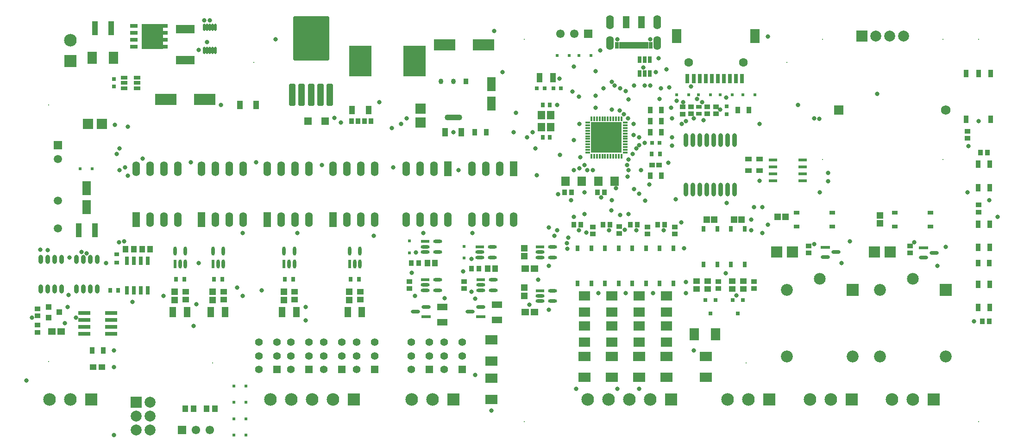
<source format=gbr>
G04*
G04 #@! TF.GenerationSoftware,Altium Limited,Altium Designer,25.5.2 (35)*
G04*
G04 Layer_Color=8388736*
%FSLAX43Y43*%
%MOMM*%
G71*
G04*
G04 #@! TF.SameCoordinates,FA6C6725-7EFF-47C5-9DEB-600D18B7A1A6*
G04*
G04*
G04 #@! TF.FilePolarity,Negative*
G04*
G01*
G75*
%ADD26R,0.650X0.700*%
%ADD27R,1.208X1.012*%
%ADD28R,0.956X1.206*%
%ADD34R,0.800X0.900*%
%ADD36R,1.600X2.500*%
G04:AMPARAMS|DCode=37|XSize=1.638mm|YSize=0.618mm|CornerRadius=0.309mm|HoleSize=0mm|Usage=FLASHONLY|Rotation=90.000|XOffset=0mm|YOffset=0mm|HoleType=Round|Shape=RoundedRectangle|*
%AMROUNDEDRECTD37*
21,1,1.638,0.000,0,0,90.0*
21,1,1.020,0.618,0,0,90.0*
1,1,0.618,0.000,0.510*
1,1,0.618,0.000,-0.510*
1,1,0.618,0.000,-0.510*
1,1,0.618,0.000,0.510*
%
%ADD37ROUNDEDRECTD37*%
%ADD38R,2.180X1.716*%
%ADD40R,1.716X2.180*%
%ADD41R,0.800X0.800*%
G04:AMPARAMS|DCode=42|XSize=1.638mm|YSize=0.618mm|CornerRadius=0.309mm|HoleSize=0mm|Usage=FLASHONLY|Rotation=0.000|XOffset=0mm|YOffset=0mm|HoleType=Round|Shape=RoundedRectangle|*
%AMROUNDEDRECTD42*
21,1,1.638,0.000,0,0,0.0*
21,1,1.020,0.618,0,0,0.0*
1,1,0.618,0.510,0.000*
1,1,0.618,-0.510,0.000*
1,1,0.618,-0.510,0.000*
1,1,0.618,0.510,0.000*
%
%ADD42ROUNDEDRECTD42*%
%ADD44R,0.800X1.000*%
G04:AMPARAMS|DCode=45|XSize=1.659mm|YSize=0.627mm|CornerRadius=0.313mm|HoleSize=0mm|Usage=FLASHONLY|Rotation=0.000|XOffset=0mm|YOffset=0mm|HoleType=Round|Shape=RoundedRectangle|*
%AMROUNDEDRECTD45*
21,1,1.659,0.000,0,0,0.0*
21,1,1.032,0.627,0,0,0.0*
1,1,0.627,0.516,0.000*
1,1,0.627,-0.516,0.000*
1,1,0.627,-0.516,0.000*
1,1,0.627,0.516,0.000*
%
%ADD45ROUNDEDRECTD45*%
G04:AMPARAMS|DCode=46|XSize=1.55mm|YSize=0.6mm|CornerRadius=0.051mm|HoleSize=0mm|Usage=FLASHONLY|Rotation=270.000|XOffset=0mm|YOffset=0mm|HoleType=Round|Shape=RoundedRectangle|*
%AMROUNDEDRECTD46*
21,1,1.550,0.498,0,0,270.0*
21,1,1.448,0.600,0,0,270.0*
1,1,0.102,-0.249,-0.724*
1,1,0.102,-0.249,0.724*
1,1,0.102,0.249,0.724*
1,1,0.102,0.249,-0.724*
%
%ADD46ROUNDEDRECTD46*%
%ADD50R,0.700X0.700*%
%ADD54R,1.550X0.600*%
%ADD55R,1.206X0.956*%
%ADD56R,1.131X0.912*%
%ADD59R,1.000X0.800*%
%ADD61R,0.700X0.700*%
%ADD62R,0.750X0.900*%
%ADD63R,4.000X2.000*%
%ADD64R,0.872X1.004*%
%ADD66R,1.906X1.954*%
%ADD67R,1.000X1.600*%
%ADD73R,1.954X1.906*%
%ADD75R,0.900X0.800*%
G04:AMPARAMS|DCode=79|XSize=1.004mm|YSize=3.182mm|CornerRadius=0.437mm|HoleSize=0mm|Usage=FLASHONLY|Rotation=270.000|XOffset=0mm|YOffset=0mm|HoleType=Round|Shape=RoundedRectangle|*
%AMROUNDEDRECTD79*
21,1,1.004,2.308,0,0,270.0*
21,1,0.131,3.182,0,0,270.0*
1,1,0.874,-1.154,-0.065*
1,1,0.874,-1.154,0.065*
1,1,0.874,1.154,0.065*
1,1,0.874,1.154,-0.065*
%
%ADD79ROUNDEDRECTD79*%
G04:AMPARAMS|DCode=81|XSize=1.004mm|YSize=0.872mm|CornerRadius=0.436mm|HoleSize=0mm|Usage=FLASHONLY|Rotation=270.000|XOffset=0mm|YOffset=0mm|HoleType=Round|Shape=RoundedRectangle|*
%AMROUNDEDRECTD81*
21,1,1.004,0.000,0,0,270.0*
21,1,0.132,0.872,0,0,270.0*
1,1,0.872,0.000,-0.066*
1,1,0.872,0.000,0.066*
1,1,0.872,0.000,0.066*
1,1,0.872,0.000,-0.066*
%
%ADD81ROUNDEDRECTD81*%
%ADD83R,2.100X2.000*%
%ADD84R,1.000X2.500*%
%ADD86R,1.659X0.627*%
%ADD88R,1.000X1.800*%
%ADD92R,0.618X1.638*%
%ADD96R,1.638X0.618*%
%ADD100R,0.700X0.650*%
%ADD102R,3.455X1.504*%
%ADD103R,0.600X0.600*%
%ADD104R,1.043X1.043*%
%ADD105R,2.184X0.737*%
%ADD106R,1.303X1.903*%
%ADD107R,1.253X1.103*%
%ADD108O,0.803X1.653*%
%ADD109O,1.403X2.703*%
%ADD110R,0.600X0.600*%
%ADD111R,1.853X1.303*%
%ADD112R,0.953X1.053*%
%ADD113R,1.003X1.203*%
%ADD114R,0.903X1.403*%
%ADD115R,1.703X2.543*%
%ADD116R,0.803X1.703*%
%ADD117R,1.203X2.203*%
%ADD118R,0.723X1.203*%
%ADD119R,0.803X1.303*%
%ADD120O,0.803X2.503*%
%ADD121R,0.853X1.403*%
%ADD122R,5.700X5.700*%
%ADD123R,1.603X1.803*%
%ADD124R,1.403X1.603*%
G04:AMPARAMS|DCode=125|XSize=0.453mm|YSize=1.353mm|CornerRadius=0.152mm|HoleSize=0mm|Usage=FLASHONLY|Rotation=0.000|XOffset=0mm|YOffset=0mm|HoleType=Round|Shape=RoundedRectangle|*
%AMROUNDEDRECTD125*
21,1,0.453,1.050,0,0,0.0*
21,1,0.150,1.353,0,0,0.0*
1,1,0.303,0.075,-0.525*
1,1,0.303,-0.075,-0.525*
1,1,0.303,-0.075,0.525*
1,1,0.303,0.075,0.525*
%
%ADD125ROUNDEDRECTD125*%
G04:AMPARAMS|DCode=126|XSize=6.603mm|YSize=8.103mm|CornerRadius=0.166mm|HoleSize=0mm|Usage=FLASHONLY|Rotation=180.000|XOffset=0mm|YOffset=0mm|HoleType=Round|Shape=RoundedRectangle|*
%AMROUNDEDRECTD126*
21,1,6.603,7.772,0,0,180.0*
21,1,6.272,8.103,0,0,180.0*
1,1,0.331,-3.136,3.886*
1,1,0.331,3.136,3.886*
1,1,0.331,3.136,-3.886*
1,1,0.331,-3.136,-3.886*
%
%ADD126ROUNDEDRECTD126*%
G04:AMPARAMS|DCode=127|XSize=1.153mm|YSize=4.053mm|CornerRadius=0.154mm|HoleSize=0mm|Usage=FLASHONLY|Rotation=180.000|XOffset=0mm|YOffset=0mm|HoleType=Round|Shape=RoundedRectangle|*
%AMROUNDEDRECTD127*
21,1,1.153,3.746,0,0,180.0*
21,1,0.846,4.053,0,0,180.0*
1,1,0.308,-0.423,1.873*
1,1,0.308,0.423,1.873*
1,1,0.308,0.423,-1.873*
1,1,0.308,-0.423,-1.873*
%
%ADD127ROUNDEDRECTD127*%
%ADD128R,0.903X1.053*%
%ADD129R,1.313X1.423*%
%ADD130R,1.353X1.253*%
%ADD131R,1.053X0.953*%
%ADD132R,0.960X0.370*%
%ADD133R,0.370X0.960*%
%ADD134R,1.403X2.703*%
%ADD135R,1.053X0.903*%
%ADD136R,2.103X1.703*%
%ADD137R,1.203X1.303*%
%ADD138R,1.403X0.783*%
%ADD139R,4.003X4.603*%
%ADD140R,1.303X1.203*%
%ADD141R,4.053X5.603*%
%ADD142R,1.203X0.803*%
%ADD143R,1.003X0.803*%
%ADD144R,1.003X1.153*%
%ADD145R,1.153X1.153*%
%ADD146R,0.473X1.203*%
%ADD147R,1.043X1.103*%
%ADD148C,1.400*%
%ADD149R,1.400X1.400*%
%ADD150R,2.303X2.303*%
%ADD151C,2.003*%
%ADD152R,1.550X1.550*%
%ADD153C,1.491*%
%ADD154C,2.303*%
%ADD155R,0.203X0.203*%
%ADD156C,1.550*%
%ADD157R,2.003X2.003*%
%ADD158R,1.727X1.727*%
%ADD159O,1.403X2.603*%
%ADD160O,1.361X2.519*%
%ADD161R,2.303X2.303*%
%ADD162R,2.183X2.183*%
%ADD163C,1.727*%
%ADD164R,2.003X2.003*%
%ADD165C,2.183*%
%ADD166C,2.138*%
%ADD167R,1.491X1.491*%
%ADD168C,0.803*%
%ADD169C,0.833*%
%ADD170C,1.603*%
D26*
X126675Y66000D02*
D03*
X125325D02*
D03*
D27*
X24802Y25000D02*
D03*
X23198D02*
D03*
D28*
X25000Y28000D02*
D03*
X143025Y72000D02*
D03*
X124975Y72000D02*
D03*
Y70000D02*
D03*
Y68000D02*
D03*
Y60000D02*
D03*
X187025Y44000D02*
D03*
X92950Y68000D02*
D03*
X140975Y72000D02*
D03*
X127025Y72000D02*
D03*
Y70000D02*
D03*
Y68000D02*
D03*
X95000D02*
D03*
X22950Y28000D02*
D03*
X184975Y44000D02*
D03*
X127025Y60000D02*
D03*
D34*
X38309Y41025D02*
D03*
X45250D02*
D03*
X58250Y41025D02*
D03*
X70250D02*
D03*
X27750Y39000D02*
D03*
X125250Y64000D02*
D03*
X26250Y39000D02*
D03*
X126750Y64000D02*
D03*
X71750Y41025D02*
D03*
X59750D02*
D03*
X46750Y41025D02*
D03*
X39809D02*
D03*
D36*
X22000Y57750D02*
D03*
X96000Y76750D02*
D03*
Y73250D02*
D03*
X22000Y54250D02*
D03*
D37*
X39059Y43859D02*
D03*
X46000Y43859D02*
D03*
X59000Y43859D02*
D03*
X71000D02*
D03*
X70050Y46191D02*
D03*
X58050D02*
D03*
X45050Y46191D02*
D03*
X38109Y46191D02*
D03*
X71950Y46191D02*
D03*
X40009Y43859D02*
D03*
Y46191D02*
D03*
X46950Y43859D02*
D03*
Y46191D02*
D03*
X59950Y43859D02*
D03*
Y46191D02*
D03*
X71950Y43859D02*
D03*
D38*
X96000Y19063D02*
D03*
X118000Y23063D02*
D03*
X123000D02*
D03*
X96000Y26063D02*
D03*
X113000Y23063D02*
D03*
X128000D02*
D03*
X135165Y26937D02*
D03*
X96000Y22937D02*
D03*
Y29937D02*
D03*
X135165Y23063D02*
D03*
X128000Y26937D02*
D03*
X123000D02*
D03*
X118000D02*
D03*
X113000D02*
D03*
D40*
X133063Y31000D02*
D03*
X22993Y81600D02*
D03*
X136937Y31000D02*
D03*
X26867Y81600D02*
D03*
D41*
X135050Y37200D02*
D03*
X140050D02*
D03*
X136950D02*
D03*
X141950D02*
D03*
X141000Y34800D02*
D03*
X136000D02*
D03*
D42*
X83834Y40000D02*
D03*
Y47000D02*
D03*
X93834Y46000D02*
D03*
X94000Y40000D02*
D03*
X104834Y46000D02*
D03*
X104834Y38000D02*
D03*
X107166Y46950D02*
D03*
X107166Y38950D02*
D03*
X96166Y46950D02*
D03*
X86166Y47950D02*
D03*
X96332Y40950D02*
D03*
X86166D02*
D03*
X93834Y45050D02*
D03*
X83834Y46050D02*
D03*
X94000Y39050D02*
D03*
X83834D02*
D03*
X96166Y45050D02*
D03*
X86166Y46050D02*
D03*
X107166Y37050D02*
D03*
X107166Y45050D02*
D03*
X96332Y39050D02*
D03*
X86166D02*
D03*
X104834Y37050D02*
D03*
X104834Y45050D02*
D03*
D44*
X124270Y40250D02*
D03*
X114270D02*
D03*
X119270D02*
D03*
X129270D02*
D03*
X134730Y43750D02*
D03*
X139730Y43750D02*
D03*
Y50250D02*
D03*
X134730Y50250D02*
D03*
X129270Y46750D02*
D03*
X119270D02*
D03*
X124270D02*
D03*
X114270D02*
D03*
X121730Y40250D02*
D03*
Y46750D02*
D03*
X126730Y40250D02*
D03*
Y46750D02*
D03*
X137270Y43750D02*
D03*
X142270Y43750D02*
D03*
Y50250D02*
D03*
X137270Y50250D02*
D03*
X116730Y46750D02*
D03*
Y40250D02*
D03*
X111730Y46750D02*
D03*
Y40250D02*
D03*
D45*
X157023Y45085D02*
D03*
X175000Y45000D02*
D03*
X82047Y35085D02*
D03*
X84000Y36000D02*
D03*
X176953Y45915D02*
D03*
X158977Y46000D02*
D03*
X94000Y36000D02*
D03*
X92047Y35085D02*
D03*
D46*
X29325Y39053D02*
D03*
Y44453D02*
D03*
X30595Y39053D02*
D03*
X31865D02*
D03*
X33135Y44453D02*
D03*
X31865D02*
D03*
X30595D02*
D03*
X33135Y39053D02*
D03*
D50*
X139000Y71300D02*
D03*
Y72700D02*
D03*
D54*
X152841Y61657D02*
D03*
X147441Y59117D02*
D03*
X152841Y62927D02*
D03*
X147441D02*
D03*
Y61657D02*
D03*
Y60387D02*
D03*
X152841D02*
D03*
Y59117D02*
D03*
D55*
X143000Y60975D02*
D03*
X145000D02*
D03*
X143000Y63025D02*
D03*
X145000D02*
D03*
D56*
X125359Y62000D02*
D03*
X126641D02*
D03*
D59*
X169750Y50730D02*
D03*
X151750D02*
D03*
X176250D02*
D03*
Y53270D02*
D03*
X169750D02*
D03*
X158250Y50730D02*
D03*
Y53270D02*
D03*
X151750D02*
D03*
D61*
X107300Y76000D02*
D03*
X105700D02*
D03*
X104300D02*
D03*
X108700D02*
D03*
D62*
X106600Y73000D02*
D03*
X105400Y67000D02*
D03*
X106600D02*
D03*
X105400Y73000D02*
D03*
D63*
X94550Y84000D02*
D03*
X43550Y74000D02*
D03*
X36450D02*
D03*
X87450Y84000D02*
D03*
D64*
X91290Y77295D02*
D03*
D66*
X83000Y69724D02*
D03*
Y72276D02*
D03*
D67*
X87500Y68000D02*
D03*
X73500Y72000D02*
D03*
X50000Y73000D02*
D03*
X90500Y68000D02*
D03*
X53000Y73000D02*
D03*
X70500Y72000D02*
D03*
D73*
X24776Y69500D02*
D03*
X22224D02*
D03*
D75*
X27500Y45623D02*
D03*
Y44123D02*
D03*
D79*
X89000Y70705D02*
D03*
D81*
Y77295D02*
D03*
X86710D02*
D03*
D83*
X168900Y46000D02*
D03*
X151000D02*
D03*
X166000D02*
D03*
X148100D02*
D03*
D84*
X23500Y50000D02*
D03*
X20500D02*
D03*
X23500Y87000D02*
D03*
X26500D02*
D03*
D86*
X84000Y34170D02*
D03*
X175000Y46830D02*
D03*
X157023Y46915D02*
D03*
X94000Y34170D02*
D03*
D88*
X107250Y78000D02*
D03*
X104750D02*
D03*
D92*
X70050Y43859D02*
D03*
X38109Y43859D02*
D03*
X45050Y43859D02*
D03*
X58050Y43859D02*
D03*
D96*
X94000Y40950D02*
D03*
X83834D02*
D03*
X104834Y38950D02*
D03*
X104834Y46950D02*
D03*
X93834Y46950D02*
D03*
X83834Y47950D02*
D03*
D100*
X27000Y76325D02*
D03*
Y77675D02*
D03*
D102*
X40000Y81149D02*
D03*
Y86851D02*
D03*
D103*
X112000Y82000D02*
D03*
X114200D02*
D03*
X108000D02*
D03*
X110200D02*
D03*
X51100Y21500D02*
D03*
X48900D02*
D03*
X48900Y15500D02*
D03*
Y18500D02*
D03*
Y12500D02*
D03*
X20788Y61294D02*
D03*
X140020Y74825D02*
D03*
X144120D02*
D03*
X133820D02*
D03*
X129820D02*
D03*
X22988Y61294D02*
D03*
X51100Y12500D02*
D03*
Y18500D02*
D03*
Y15500D02*
D03*
X132020Y74825D02*
D03*
X141920D02*
D03*
X136020D02*
D03*
X137820D02*
D03*
D104*
X17000Y35000D02*
D03*
X15000Y35940D02*
D03*
D105*
X21536Y34905D02*
D03*
Y31095D02*
D03*
X26464D02*
D03*
Y34905D02*
D03*
Y33635D02*
D03*
Y32365D02*
D03*
X21536D02*
D03*
Y33635D02*
D03*
D106*
X40359Y35025D02*
D03*
X47300D02*
D03*
X60300Y35025D02*
D03*
X72300Y35000D02*
D03*
X69700D02*
D03*
X57700Y35025D02*
D03*
X44700Y35025D02*
D03*
X37759D02*
D03*
D107*
X40059Y37300D02*
D03*
X47000Y37300D02*
D03*
X60000Y37300D02*
D03*
X72000D02*
D03*
X133500Y40725D02*
D03*
X140000D02*
D03*
X135500Y40700D02*
D03*
Y39300D02*
D03*
X133500Y39275D02*
D03*
X140000D02*
D03*
X142000Y40700D02*
D03*
Y39300D02*
D03*
X72000Y38750D02*
D03*
X60000D02*
D03*
X47000Y38750D02*
D03*
X40059Y38750D02*
D03*
D108*
X16135Y39275D02*
D03*
X13595D02*
D03*
X20095D02*
D03*
X13595Y44725D02*
D03*
X20095D02*
D03*
X23905D02*
D03*
X17405D02*
D03*
X23905Y39275D02*
D03*
X17405D02*
D03*
X22635D02*
D03*
X21365D02*
D03*
X22635Y44725D02*
D03*
X21365D02*
D03*
X14865D02*
D03*
Y39275D02*
D03*
X16135Y44725D02*
D03*
D109*
X36080Y52000D02*
D03*
X38620D02*
D03*
X60080Y52000D02*
D03*
X48080D02*
D03*
X50620D02*
D03*
X72080D02*
D03*
X74620D02*
D03*
X62620D02*
D03*
X80380Y52000D02*
D03*
X82920D02*
D03*
X92380D02*
D03*
X94920D02*
D03*
X92380Y61240D02*
D03*
X94920D02*
D03*
X80380D02*
D03*
X82920D02*
D03*
X72080Y61240D02*
D03*
X74620D02*
D03*
X62620D02*
D03*
X36080Y61240D02*
D03*
X38620D02*
D03*
X50620Y61240D02*
D03*
X60080D02*
D03*
X48080D02*
D03*
X55000D02*
D03*
X67000D02*
D03*
X43000D02*
D03*
X31000Y61240D02*
D03*
X100000Y52000D02*
D03*
X88000D02*
D03*
X69540Y61240D02*
D03*
Y52000D02*
D03*
X97460Y52000D02*
D03*
X85460D02*
D03*
X97460Y61240D02*
D03*
X85460D02*
D03*
X57540Y52000D02*
D03*
X45540D02*
D03*
X33540Y52000D02*
D03*
X57540Y61240D02*
D03*
X45540D02*
D03*
X33540Y61240D02*
D03*
D110*
X81000Y45900D02*
D03*
X91000Y44900D02*
D03*
X81000Y48100D02*
D03*
X91000Y47100D02*
D03*
D111*
X87000Y36000D02*
D03*
X97000Y36425D02*
D03*
X87000Y33150D02*
D03*
X97000Y33575D02*
D03*
D112*
X81350Y44000D02*
D03*
X92350Y43000D02*
D03*
X185677Y33350D02*
D03*
X126350Y51000D02*
D03*
X121350D02*
D03*
X116350D02*
D03*
X111000Y51000D02*
D03*
X93650Y43000D02*
D03*
X82650Y44000D02*
D03*
X186977Y33350D02*
D03*
X186650Y64236D02*
D03*
X127650Y51000D02*
D03*
X122650D02*
D03*
X117650D02*
D03*
X112300Y51000D02*
D03*
X185350Y64236D02*
D03*
D113*
X41501Y17300D02*
D03*
X32101Y46520D02*
D03*
X30601D02*
D03*
X29101D02*
D03*
X43941Y17300D02*
D03*
X33601Y46520D02*
D03*
X45441Y17300D02*
D03*
X40001D02*
D03*
D114*
X185000Y78700D02*
D03*
X187250D02*
D03*
Y70300D02*
D03*
X182750Y78700D02*
D03*
Y70300D02*
D03*
D115*
X144170Y85620D02*
D03*
X129830D02*
D03*
D116*
X139600Y77820D02*
D03*
X137400D02*
D03*
X135200D02*
D03*
X140700D02*
D03*
X136300D02*
D03*
X138500D02*
D03*
X131750D02*
D03*
X141800D02*
D03*
X134100D02*
D03*
X133000D02*
D03*
D117*
X123400Y88100D02*
D03*
X120600D02*
D03*
D118*
X125100Y83900D02*
D03*
X118900D02*
D03*
X124350D02*
D03*
X119650D02*
D03*
D119*
X124000Y78750D02*
D03*
X124950D02*
D03*
X123050D02*
D03*
X124950Y81250D02*
D03*
X124000D02*
D03*
X123050D02*
D03*
D120*
X136635Y57450D02*
D03*
X139175Y66550D02*
D03*
X136635D02*
D03*
X140445Y57450D02*
D03*
X139175D02*
D03*
X137905D02*
D03*
X131555D02*
D03*
X132825D02*
D03*
X134095D02*
D03*
X135365D02*
D03*
X131555Y66550D02*
D03*
X132825D02*
D03*
X134095D02*
D03*
X135365D02*
D03*
X137905D02*
D03*
X140445D02*
D03*
D121*
X187075Y46850D02*
D03*
Y51150D02*
D03*
X184925Y62150D02*
D03*
Y57850D02*
D03*
Y35850D02*
D03*
Y40150D02*
D03*
X187075Y35850D02*
D03*
Y40150D02*
D03*
X184925Y51150D02*
D03*
Y46850D02*
D03*
X187075Y57850D02*
D03*
Y62150D02*
D03*
D122*
X117000Y67000D02*
D03*
D123*
X118500Y59000D02*
D03*
X112500Y59000D02*
D03*
X109500D02*
D03*
X115500Y59000D02*
D03*
D124*
X106850Y71100D02*
D03*
X105150Y68900D02*
D03*
X106850D02*
D03*
X105150Y71100D02*
D03*
D125*
X44975Y87199D02*
D03*
X45475D02*
D03*
X43975Y82949D02*
D03*
X43475D02*
D03*
Y87199D02*
D03*
X43975D02*
D03*
X44975Y82949D02*
D03*
X44475D02*
D03*
X45475D02*
D03*
X44475Y87199D02*
D03*
D126*
X63000Y85150D02*
D03*
D127*
X66400Y74800D02*
D03*
X63000D02*
D03*
X64700D02*
D03*
X61300D02*
D03*
X59600D02*
D03*
D128*
X74000Y70000D02*
D03*
X110625Y57000D02*
D03*
X116625Y57000D02*
D03*
X70375Y70000D02*
D03*
X72750D02*
D03*
X115375Y57000D02*
D03*
X109375Y57000D02*
D03*
X71625Y70000D02*
D03*
D129*
X65550Y70000D02*
D03*
X62450D02*
D03*
D130*
X103850Y43000D02*
D03*
Y35000D02*
D03*
X17352Y31520D02*
D03*
X102150Y35000D02*
D03*
Y43000D02*
D03*
X15652Y31520D02*
D03*
D131*
X137000Y71350D02*
D03*
X135430Y71322D02*
D03*
X132430D02*
D03*
X130920Y71294D02*
D03*
X185000Y54650D02*
D03*
X129500Y50650D02*
D03*
X124500D02*
D03*
X119373Y50727D02*
D03*
X114500Y50650D02*
D03*
X144000Y40650D02*
D03*
X137500D02*
D03*
X132430Y72622D02*
D03*
X137500Y39350D02*
D03*
X183000Y68150D02*
D03*
X13000Y31350D02*
D03*
X13000Y34350D02*
D03*
X144000Y39350D02*
D03*
X137000Y72650D02*
D03*
X130920Y72594D02*
D03*
X135430Y72622D02*
D03*
X91000Y40650D02*
D03*
X81000D02*
D03*
X91000Y39350D02*
D03*
X81000D02*
D03*
X185000Y53350D02*
D03*
X129500Y49350D02*
D03*
X124500D02*
D03*
X119373Y49427D02*
D03*
X114500Y49350D02*
D03*
X13000Y32650D02*
D03*
X183000Y66850D02*
D03*
X13000Y35650D02*
D03*
D132*
X120435Y69250D02*
D03*
X113565Y69750D02*
D03*
X120435Y66250D02*
D03*
Y65750D02*
D03*
Y69750D02*
D03*
Y68750D02*
D03*
Y68250D02*
D03*
Y67750D02*
D03*
Y67250D02*
D03*
Y66750D02*
D03*
X113565D02*
D03*
Y67250D02*
D03*
Y67750D02*
D03*
Y68250D02*
D03*
Y68750D02*
D03*
X120435Y65250D02*
D03*
Y64750D02*
D03*
X113565D02*
D03*
Y65250D02*
D03*
Y69250D02*
D03*
Y64250D02*
D03*
X120435D02*
D03*
X113565Y65750D02*
D03*
Y66250D02*
D03*
D133*
X114250Y70435D02*
D03*
X119250Y63565D02*
D03*
Y70435D02*
D03*
X115750D02*
D03*
X119750Y63565D02*
D03*
X118250Y70435D02*
D03*
X114750Y63565D02*
D03*
X115250D02*
D03*
X118750Y70435D02*
D03*
X117750Y63565D02*
D03*
X118250D02*
D03*
X118750D02*
D03*
X115250Y70435D02*
D03*
X116250D02*
D03*
X116750D02*
D03*
X117250D02*
D03*
X117750D02*
D03*
X117250Y63565D02*
D03*
X116750D02*
D03*
X119750Y70435D02*
D03*
X116250Y63565D02*
D03*
X115750D02*
D03*
X114750Y70435D02*
D03*
X114250Y63565D02*
D03*
D134*
X100000Y61240D02*
D03*
X88000D02*
D03*
X67000Y52000D02*
D03*
X55000D02*
D03*
X43000D02*
D03*
X31000Y52000D02*
D03*
D135*
X154000Y45875D02*
D03*
X172500D02*
D03*
Y47125D02*
D03*
X154000D02*
D03*
D136*
X123000Y29500D02*
D03*
Y32500D02*
D03*
X113000Y29500D02*
D03*
Y32500D02*
D03*
X118000Y29500D02*
D03*
Y32500D02*
D03*
X128000Y38000D02*
D03*
X123000D02*
D03*
X118000D02*
D03*
X113000D02*
D03*
X128000Y32500D02*
D03*
X128000Y35000D02*
D03*
X123000D02*
D03*
X118000D02*
D03*
X113000D02*
D03*
X128000Y29500D02*
D03*
D137*
X135300Y52000D02*
D03*
X136700D02*
D03*
X140300D02*
D03*
X141700D02*
D03*
X149700Y52500D02*
D03*
X148300D02*
D03*
D138*
X36104Y86133D02*
D03*
Y84863D02*
D03*
Y83593D02*
D03*
Y87403D02*
D03*
X30604D02*
D03*
Y84863D02*
D03*
Y86133D02*
D03*
Y83593D02*
D03*
D139*
X34000Y85500D02*
D03*
D140*
X167000Y51300D02*
D03*
Y52700D02*
D03*
D141*
X81950Y81000D02*
D03*
X72050D02*
D03*
D142*
X31200Y77000D02*
D03*
Y77950D02*
D03*
X28800Y76050D02*
D03*
Y77000D02*
D03*
Y77950D02*
D03*
X31200Y76050D02*
D03*
D143*
X133930Y72622D02*
D03*
Y71322D02*
D03*
D144*
X96675Y43000D02*
D03*
X85675Y44000D02*
D03*
X95325Y43000D02*
D03*
X84325Y44000D02*
D03*
D145*
X102000Y38000D02*
D03*
Y39500D02*
D03*
Y45250D02*
D03*
Y46750D02*
D03*
X70000Y38775D02*
D03*
Y37275D02*
D03*
X58000Y38775D02*
D03*
Y37275D02*
D03*
X45000Y38775D02*
D03*
Y37275D02*
D03*
X38059Y38775D02*
D03*
Y37275D02*
D03*
D146*
X121750Y83900D02*
D03*
X122250D02*
D03*
X121250D02*
D03*
X122750D02*
D03*
X123750D02*
D03*
X120250D02*
D03*
X123250D02*
D03*
X120750D02*
D03*
D147*
X15000Y34060D02*
D03*
D148*
X56800Y27000D02*
D03*
X53500D02*
D03*
Y24500D02*
D03*
X56800Y29500D02*
D03*
X53500D02*
D03*
X62650Y27000D02*
D03*
X59350D02*
D03*
Y24500D02*
D03*
X62650Y29500D02*
D03*
X59350D02*
D03*
X68650Y27000D02*
D03*
X65350D02*
D03*
Y24500D02*
D03*
X68650Y29500D02*
D03*
X65350D02*
D03*
X90650Y27000D02*
D03*
Y29500D02*
D03*
X87350Y27000D02*
D03*
Y29500D02*
D03*
Y24500D02*
D03*
X71350Y29500D02*
D03*
X74650D02*
D03*
X71350Y24500D02*
D03*
Y27000D02*
D03*
X74650D02*
D03*
X84650Y27000D02*
D03*
Y29500D02*
D03*
X81350Y27000D02*
D03*
Y29500D02*
D03*
Y24500D02*
D03*
D149*
X56800Y24500D02*
D03*
X62650Y24500D02*
D03*
X68650D02*
D03*
X90650Y24500D02*
D03*
X74650Y24500D02*
D03*
X84650Y24500D02*
D03*
D150*
X22810Y19000D02*
D03*
X70810Y19000D02*
D03*
X89000D02*
D03*
X128810Y19000D02*
D03*
X146810D02*
D03*
X176810D02*
D03*
X161810D02*
D03*
D151*
X33540Y16000D02*
D03*
X166230Y85550D02*
D03*
X168770D02*
D03*
X171310D02*
D03*
X33540Y18540D02*
D03*
Y13460D02*
D03*
X31000Y16000D02*
D03*
Y13460D02*
D03*
D152*
X39413Y13470D02*
D03*
X113640Y85979D02*
D03*
D153*
X16750Y55460D02*
D03*
Y63080D02*
D03*
Y50380D02*
D03*
D154*
X55570Y19000D02*
D03*
X59380D02*
D03*
X63190D02*
D03*
X67000D02*
D03*
X81380D02*
D03*
X85190D02*
D03*
X143000Y19000D02*
D03*
X139190D02*
D03*
X125000D02*
D03*
X121190D02*
D03*
X117380D02*
D03*
X113570D02*
D03*
X169190D02*
D03*
X173000D02*
D03*
X154190D02*
D03*
X158000D02*
D03*
X19000Y84810D02*
D03*
X15190Y19000D02*
D03*
X19000D02*
D03*
D155*
X52500Y80750D02*
D03*
X156500Y63000D02*
D03*
X178500D02*
D03*
X156500Y85000D02*
D03*
X178500D02*
D03*
X150000Y80750D02*
D03*
X142500Y25750D02*
D03*
X45000D02*
D03*
X15000Y73000D02*
D03*
X102000Y85000D02*
D03*
X185000D02*
D03*
Y15000D02*
D03*
X102000D02*
D03*
X15000Y26000D02*
D03*
D156*
X41953Y13470D02*
D03*
X44493D02*
D03*
X108560Y85979D02*
D03*
X111100D02*
D03*
D157*
X163690Y85550D02*
D03*
D158*
X159493Y72000D02*
D03*
D159*
X126320Y88100D02*
D03*
X117680D02*
D03*
D160*
X126320Y84275D02*
D03*
X117680D02*
D03*
D161*
X19000Y81000D02*
D03*
D162*
X179000Y39100D02*
D03*
X162000D02*
D03*
D163*
X179000Y72000D02*
D03*
D164*
X31000Y18540D02*
D03*
D165*
X167000Y39100D02*
D03*
X150000D02*
D03*
X167000Y26900D02*
D03*
X179000D02*
D03*
X150000D02*
D03*
X162000D02*
D03*
D166*
X173000Y41100D02*
D03*
X156000D02*
D03*
D167*
X16750Y65620D02*
D03*
D168*
X119000Y85000D02*
D03*
X104000Y65000D02*
D03*
X27000Y25000D02*
D03*
Y28000D02*
D03*
X30380Y36875D02*
D03*
X18500Y36000D02*
D03*
X18700Y38201D02*
D03*
X36000Y38000D02*
D03*
X41500Y32500D02*
D03*
X62000Y33500D02*
D03*
X42500Y44000D02*
D03*
X54000Y39000D02*
D03*
X60500Y49500D02*
D03*
X74500Y49000D02*
D03*
X50500Y49500D02*
D03*
X96000Y17000D02*
D03*
X111500Y21000D02*
D03*
X119000D02*
D03*
X123000D02*
D03*
X87421Y37612D02*
D03*
X92317Y38756D02*
D03*
X115500Y38500D02*
D03*
X120500D02*
D03*
X133000Y28000D02*
D03*
X125500Y38500D02*
D03*
X131500D02*
D03*
X140766Y38062D02*
D03*
X81448Y42245D02*
D03*
X90842Y42463D02*
D03*
X92307Y44793D02*
D03*
X82212Y45939D02*
D03*
X83500Y49500D02*
D03*
X92500D02*
D03*
X131500Y40500D02*
D03*
X138784Y42184D02*
D03*
X160000Y44000D02*
D03*
X177500Y43500D02*
D03*
X46500Y73000D02*
D03*
X25500Y44000D02*
D03*
X146500Y85500D02*
D03*
X185000Y70000D02*
D03*
X138902Y74292D02*
D03*
X133531Y74066D02*
D03*
X129821Y73713D02*
D03*
X126500Y81500D02*
D03*
X123712Y79788D02*
D03*
X115861Y82985D02*
D03*
X126000Y79000D02*
D03*
X126670Y74108D02*
D03*
X156000Y57000D02*
D03*
X144989Y59040D02*
D03*
X128300Y62382D02*
D03*
X188500Y52500D02*
D03*
X184187Y33315D02*
D03*
X129642Y55695D02*
D03*
X130690Y51465D02*
D03*
X131205Y46689D02*
D03*
X123317Y61017D02*
D03*
X120827Y59860D02*
D03*
X119000Y69000D02*
D03*
Y65000D02*
D03*
X115000D02*
D03*
X112043Y69529D02*
D03*
X115000Y69000D02*
D03*
X118774Y57695D02*
D03*
X120388Y50101D02*
D03*
X116000Y56000D02*
D03*
X117864Y53684D02*
D03*
X113000Y57000D02*
D03*
Y53000D02*
D03*
X113365Y49630D02*
D03*
X111000Y80000D02*
D03*
X108407Y77765D02*
D03*
X110761Y75457D02*
D03*
X108000Y73000D02*
D03*
X96500Y86500D02*
D03*
X98000Y79000D02*
D03*
X100500Y71500D02*
D03*
X103500Y68000D02*
D03*
X100000D02*
D03*
X80500Y70500D02*
D03*
X79500Y69500D02*
D03*
X77810Y68746D02*
D03*
X89000Y68000D02*
D03*
X56500Y85000D02*
D03*
X44000Y84500D02*
D03*
X75500Y73500D02*
D03*
X67251Y70554D02*
D03*
X68425Y69763D02*
D03*
X27116Y69327D02*
D03*
X41000Y62500D02*
D03*
X53000D02*
D03*
X111000Y52500D02*
D03*
X108171Y56618D02*
D03*
X110500Y55500D02*
D03*
X104500Y41000D02*
D03*
X90000Y61000D02*
D03*
X104273Y60093D02*
D03*
X65000Y62000D02*
D03*
X78000Y61500D02*
D03*
X102946Y36356D02*
D03*
X32210Y63124D02*
D03*
X29500Y60000D02*
D03*
X13500Y46500D02*
D03*
X18810Y45029D02*
D03*
X134756Y70211D02*
D03*
X133000Y70500D02*
D03*
X121000Y61000D02*
D03*
X42500Y83000D02*
D03*
X29500Y69000D02*
D03*
X119500Y52819D02*
D03*
X155000Y70500D02*
D03*
X157500Y60500D02*
D03*
X119430Y71930D02*
D03*
X145484Y54286D02*
D03*
X146500Y51000D02*
D03*
X145500Y49500D02*
D03*
X109866Y46608D02*
D03*
X102500Y67000D02*
D03*
X43500Y88500D02*
D03*
X27500Y64000D02*
D03*
X106500Y50500D02*
D03*
X28000Y61000D02*
D03*
X27897Y47857D02*
D03*
X155946Y70390D02*
D03*
X157500Y59000D02*
D03*
X115000Y72500D02*
D03*
X143977Y54237D02*
D03*
X143500Y52000D02*
D03*
Y50000D02*
D03*
X107500Y49000D02*
D03*
X109797Y47661D02*
D03*
X44500Y88500D02*
D03*
X27983Y65017D02*
D03*
X29000Y61500D02*
D03*
X28825Y47979D02*
D03*
X166500Y75000D02*
D03*
X152000Y73000D02*
D03*
X139000Y55000D02*
D03*
X179000Y47000D02*
D03*
X173267Y47819D02*
D03*
X123000Y67000D02*
D03*
X183199Y65411D02*
D03*
X128500Y76181D02*
D03*
X183000Y57000D02*
D03*
X187000Y55500D02*
D03*
X145000Y69500D02*
D03*
X62000Y36000D02*
D03*
X50500Y38000D02*
D03*
X49500Y39500D02*
D03*
X42000Y36500D02*
D03*
X120786Y61988D02*
D03*
X113500Y61000D02*
D03*
X127000Y76000D02*
D03*
X137800Y72133D02*
D03*
X122500Y50000D02*
D03*
X27000Y12500D02*
D03*
X11000Y22500D02*
D03*
X12000Y34000D02*
D03*
X155000Y47500D02*
D03*
X161500Y48000D02*
D03*
X118500Y76500D02*
D03*
X125000D02*
D03*
X128000Y79500D02*
D03*
X132451Y76356D02*
D03*
X114500Y61000D02*
D03*
X130793Y69482D02*
D03*
X123007Y56686D02*
D03*
X134500Y73500D02*
D03*
X131000D02*
D03*
X131500Y69962D02*
D03*
X124082Y55418D02*
D03*
X121000Y53000D02*
D03*
Y74000D02*
D03*
X93000Y37500D02*
D03*
X82000Y38000D02*
D03*
X93000Y23500D02*
D03*
X118000Y55500D02*
D03*
X123000Y65638D02*
D03*
X124833Y58439D02*
D03*
X122032Y57532D02*
D03*
X120500Y75500D02*
D03*
X116500Y76000D02*
D03*
X117982Y77206D02*
D03*
X120226Y71240D02*
D03*
X118000Y72140D02*
D03*
X115000Y79181D02*
D03*
X119500Y76000D02*
D03*
X122000Y69500D02*
D03*
X120966Y70500D02*
D03*
X124000Y76500D02*
D03*
X122017Y76517D02*
D03*
X122000Y67500D02*
D03*
X22000Y45767D02*
D03*
X129000Y67000D02*
D03*
X128994Y70494D02*
D03*
X21000Y46000D02*
D03*
X128819Y72500D02*
D03*
X124000Y66000D02*
D03*
X129000Y65500D02*
D03*
X14865Y46365D02*
D03*
X111000Y66500D02*
D03*
X108000Y50000D02*
D03*
X109990Y48630D02*
D03*
X127500Y50000D02*
D03*
X122473Y64966D02*
D03*
X121819Y64000D02*
D03*
X117500Y50000D02*
D03*
X112060Y61397D02*
D03*
X112000Y50000D02*
D03*
X111000Y61000D02*
D03*
X115000Y74681D02*
D03*
X112000Y74500D02*
D03*
X18000Y33000D02*
D03*
X20000Y34000D02*
D03*
X106500Y35500D02*
D03*
X113000Y62000D02*
D03*
X106500Y43500D02*
D03*
X112221Y63392D02*
D03*
X121000Y63000D02*
D03*
X108500Y63819D02*
D03*
D169*
X119000Y85000D02*
D03*
X125000D02*
D03*
D170*
X142000Y80770D02*
D03*
X132000D02*
D03*
M02*

</source>
